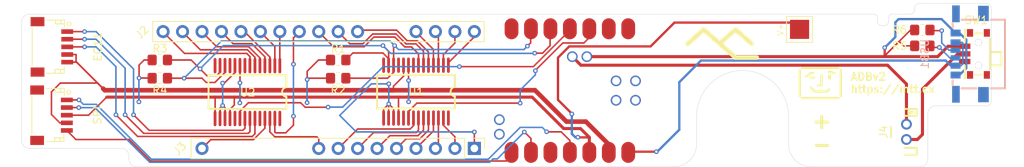
<source format=kicad_pcb>
(kicad_pcb (version 20240108) (generator "pcbnew") (generator_version "8.0")
  (layers (0 "F.Cu" signal) (31 "B.Cu" signal) (34 "B.Paste" user) (35 "F.Paste" user) (36 "B.SilkS" user "B.Silkscreen") (37 "F.SilkS" user "F.Silkscreen") (38 "B.Mask" user) (39 "F.Mask" user) (44 "Edge.Cuts" user))
  (net 0 "")
  (net 6 "GND")
  (net 7 "VCC")
  (net 8 "MOSI")
  (net 9 "SCK")
  (net 10 "CS")
  (net 11 "Net-(J2-R0)")
  (net 12 "Net-(J2-R1)")
  (net 13 "Net-(J2-R2)")
  (net 14 "Net-(J2-SHIFT)")
  (net 15 "Net-(J2-POWER)")
  (net 16 "Net-(J2-R9)")
  (net 17 "Net-(J2-R5)")
  (net 18 "Net-(J2-COMMAND)")
  (net 19 "Net-(J2-R6)")
  (net 20 "Net-(J2-R7)")
  (net 21 "Net-(J2-CONTROL)")
  (net 22 "Net-(J2-R3)")
  (net 23 "Net-(J2-R4)")
  (net 24 "Net-(J2-R8)")
  (net 25 "Net-(J2-OPTION)")
  (net 26 "Net-(J3-C3)")
  (net 27 "Net-(J3-C7)")
  (net 28 "Net-(J3-C4)")
  (net 29 "Net-(J3-C5)")
  (net 30 "Net-(J3-CAPSLOCK)")
  (net 31 "Net-(J3-C6)")
  (net 32 "Net-(J3-C2)")
  (net 33 "Net-(J3-C0)")
  (net 34 "Net-(J3-C1)")
  (net 35 "Net-(J4-Pin_1)")
  (net 36 "Net-(J4-Pin_2)")
  (net 37 "Net-(U1-SDA)")
  (net 38 "Net-(U1-SCK)")
  (net 43 "Net-(U2-GPA1)")
  (net 44 "Net-(U2-GPA2)")
  (net 47 "Net-(U2-GPA0)")
  (net 50 "Net-(USB1-CC2)")
  (net 51 "Net-(R5-Pad2)")
  (net 52 "Net-(USB1-CC1)")
  (net 57 "Net-(U1-INTA)")
  (net 59 "Net-(U2-INTA)")
  (net 60 "unconnected-(U2-INTB-Pad19)")
  (net 62 "Net-(XIAO1-5V)")
  (footprint "ADBv2:R_0805_2012Metric_Pad1.20x1.40mm_HandSolder" (layer "F.Cu") (at 147.32 105.1052 180)
    (property "Reference" "R2")
    (property "Value" "10k")
  )
  (footprint "ADBv2:R_0805_2012Metric_Pad1.20x1.40mm_HandSolder" (layer "F.Cu") (at 223.59 100.87 180)
    (property "Reference" "R5")
    (property "Value" "5.1k")
  )
  (footprint "ADBv2:PinHeader_1x20_P2.54mm_Vertical" (layer "F.Cu") (at 165.1 99 -90)
    (property "Reference" "J2")
    (property "Value" "TOP")
  )
  (footprint "ADBv2:R_0805_2012Metric_Pad1.20x1.40mm_HandSolder" (layer "F.Cu") (at 124.0276 105.1052 180)
    (property "Reference" "R4")
    (property "Value" "10k")
  )
  (footprint "ADBv2:CONN-SMD_SM05B-SRSS-TB-LF-SN" (layer "F.Cu") (at 110 101 -90)
    (property "Reference" "EC11")
    (property "Value" "EC11")
  )
  (footprint "ADBv2:SSOP-28_L10.2-W5.3-P0.65-LS7.8-BL" (layer "F.Cu") (at 157.48 106.86 180)
    (property "Reference" "U1")
    (property "Value" "MCP23017-E/SS")
  )
  (footprint "ADBv2:R_0805_2012Metric_Pad1.20x1.40mm_HandSolder" (layer "F.Cu") (at 147.32 102.7176 180)
    (property "Reference" "R1")
    (property "Value" "10k")
  )
  (footprint "ADBv2:CONN-TH_S2B-PH-K-S-GW" (layer "F.Cu") (at 221.52 112.13 90)
    (property "Reference" "J4")
    (property "Value" "BAT")
  )
  (footprint "ADBv2:xiao-ble-smd" (layer "F.Cu") (at 177.5714 106.725 -90)
    (property "Reference" "XIAO1" (hide yes))
    (property "Value" "MOUDLE-SEEEDUINO-XIAO-NRF52840" (hide yes))
  )
  (footprint "ADBv2:R_0805_2012Metric_Pad1.20x1.40mm_HandSolder" (layer "F.Cu") (at 124.0276 102.7176 180)
    (property "Reference" "R3")
    (property "Value" "10k")
  )
  (footprint "ADBv2:SW-SMD_MSK12CO2" (layer "F.Cu") (at 230.57 101.92 90)
    (property "Reference" "SW1")
    (property "Value" "MINI MSK12CO2")
  )
  (footprint "ADBv2:CONN-SMD_SM05B-SRSS-TB-LF-SN" (layer "F.Cu") (at 109.95 109.95 -90)
    (property "Reference" "SPI")
    (property "Value" "SPI")
  )
  (footprint "ADBv2:TestPoint_Pad_3.0x3.0mm" (layer "F.Cu") (at 207.56 98.71 90)
    (property "Reference" "V+")
    (property "Value" "3.3v")
  )
  (footprint "ADBv2:PinHeader_1x20_P2.54mm_Vertical" (layer "F.Cu") (at 165.1 114.3 -90)
    (property "Reference" "J3")
    (property "Value" "BOTTOM")
  )
  (footprint "ADBv2:R_0805_2012Metric_Pad1.20x1.40mm_HandSolder" (layer "F.Cu") (at 223.59 98.79)
    (property "Reference" "R6")
    (property "Value" "5.1k")
  )
  (footprint "ADBv2:SSOP-28_L10.2-W5.3-P0.65-LS7.8-BL" (layer "F.Cu") (at 135.47 106.92 180)
    (property "Reference" "U2")
    (property "Value" "MCP23017-E/SS")
  )
  (footprint "ADBv2:USB-C-SMD_TYPE-C-6P-QT073" (layer "B.Cu") (at 229.75 101.94 -90)
    (property "Reference" "USB1")
    (property "Value" "TYPE-C 6P QT073")
  )
  (gr_line (start 199.2128 98.7285) (end 201.2956 100.5827) (stroke (width 0.6)) (layer "F.SilkS"))
  (gr_line (start 209.55 106.85) (end 211.15 106.85) (stroke (width 0.3)) (layer "F.SilkS"))
  (gr_line (start 211.39 104.3) (end 211.69 104.3) (stroke (width 0.3)) (layer "F.SilkS"))
  (gr_line (start 197.13 100.57) (end 199.2128 98.7285) (stroke (width 0.6)) (layer "F.SilkS"))
  (gr_line (start 211.69 104.3) (end 211.95 104.45) (stroke (width 0.3)) (layer "F.SilkS"))
  (gr_line (start 192.9898 100.5827) (end 195.0472 98.7285) (stroke (width 0.6)) (layer "F.SilkS"))
  (gr_line (start 212.95 104.03) (end 212.95 107.43) (stroke (width 0.3)) (layer "F.SilkS"))
  (gr_line (start 211.15 106.85) (end 211.399998 106.579999) (stroke (width 0.3)) (layer "F.SilkS"))
  (gr_line (start 207.875 103.76) (end 212.665 103.76) (stroke (width 0.3)) (layer "F.SilkS"))
  (gr_line (start 209.55 106.85) (end 209.01 106.29) (stroke (width 0.3)) (layer "F.SilkS"))
  (gr_line (start 208.43 104.88) (end 209.02 104.44) (stroke (width 0.3)) (layer "F.SilkS"))
  (gr_line (start 195.0472 98.7285) (end 199.2128 102.4115) (stroke (width 0.6)) (layer "F.SilkS"))
  (gr_line (start 207.875 107.71) (end 212.665 107.71) (stroke (width 0.3)) (layer "F.SilkS"))
  (gr_line (start 199.2128 102.4115) (end 201.9814 102.4115) (stroke (width 0.6)) (layer "F.SilkS"))
  (gr_line (start 211.48 104.80625) (end 211.48 105.11375) (stroke (width 0.4)) (layer "F.SilkS"))
  (gr_line (start 207.59 104.03) (end 207.59 107.43) (stroke (width 0.3)) (layer "F.SilkS"))
  (gr_line (start 209.02 104.44) (end 209.32 104.44) (stroke (width 0.3)) (layer "F.SilkS"))
  (gr_line (start 209.025 105.03) (end 209.43 105.03) (stroke (width 0.3)) (layer "F.SilkS"))
  (gr_line (start 210.42 104.73) (end 210.42 106.04) (stroke (width 0.3)) (layer "F.SilkS"))
  (gr_line (start 211.95 104.45) (end 212.12 104.45) (stroke (width 0.3)) (layer "F.SilkS"))
  (gr_line (start 210.42 106.04) (end 209.95 106.04) (stroke (width 0.3)) (layer "F.SilkS"))
  (gr_arc (start 222.5878 95.913) (mid 222.763536 95.488736) (end 223.1878 95.313) (stroke (width 0.05)) (layer "Edge.Cuts"))
  (gr_line (start 219.610432 96.710432) (end 221.9878 96.713) (stroke (width 0.05)) (layer "Edge.Cuts"))
  (gr_line (start 194.12 110.1) (end 194.12 113.713) (stroke (width 0.05)) (layer "Edge.Cuts"))
  (gr_line (start 121 116.713) (end 191.12 116.713) (stroke (width 0.05)) (layer "Edge.Cuts"))
  (gr_line (start 231.9878 108.72) (end 225.31 108.72) (stroke (width 0.05)) (layer "Edge.Cuts"))
  (gr_line (start 106 113.3) (end 106 97.713) (stroke (width 0.05)) (layer "Edge.Cuts"))
  (gr_line (start 218.31 98.21) (end 218.61 98.21) (stroke (width 0.05)) (layer "Edge.Cuts"))
  (gr_line (start 178.8 96.713) (end 217.309969 96.710031) (stroke (width 0.05)) (layer "Edge.Cuts"))
  (gr_arc (start 121 116.713) (mid 120.292893 116.420107) (end 120 115.713) (stroke (width 0.05)) (layer "Edge.Cuts"))
  (gr_arc (start 106 97.713) (mid 106.292893 97.005893) (end 107 96.713) (stroke (width 0.05)) (layer "Edge.Cuts"))
  (gr_arc (start 219.21 97.61) (mid 219.034264 98.034264) (end 218.61 98.21) (stroke (width 0.05)) (layer "Edge.Cuts"))
  (gr_line (start 223.31 116.713) (end 209.12 116.713) (stroke (width 0.05)) (layer "Edge.Cuts"))
  (gr_arc (start 218.31 98.21) (mid 217.885736 98.034264) (end 217.71 97.61) (stroke (width 0.05)) (layer "Edge.Cuts"))
  (gr_arc (start 209.12 116.713) (mid 206.99868 115.83432) (end 206.12 113.713) (stroke (width 0.05)) (layer "Edge.Cuts"))
  (gr_line (start 222.5878 96.113) (end 222.5878 95.913) (stroke (width 0.05)) (layer "Edge.Cuts"))
  (gr_line (start 219.21 97.61) (end 219.21 97.110432) (stroke (width 0.05)) (layer "Edge.Cuts"))
  (gr_line (start 232.5878 95.913) (end 232.5878 108.12) (stroke (width 0.05)) (layer "Edge.Cuts"))
  (gr_arc (start 219.21 97.110432) (mid 219.32731 96.827437) (end 219.610432 96.710432) (stroke (width 0.05)) (layer "Edge.Cuts"))
  (gr_arc (start 231.9878 95.313) (mid 232.412064 95.488736) (end 232.5878 95.913) (stroke (width 0.05)) (layer "Edge.Cuts"))
  (gr_arc (start 194.12 110.1) (mid 195.877359 105.857359) (end 200.12 104.1) (stroke (width 0.05)) (layer "Edge.Cuts"))
  (gr_arc (start 224.31 109.72) (mid 224.602893 109.012893) (end 225.31 108.72) (stroke (width 0.05)) (layer "Edge.Cuts"))
  (gr_arc (start 107 114.3) (mid 106.292893 114.007107) (end 106 113.3) (stroke (width 0.05)) (layer "Edge.Cuts"))
  (gr_arc (start 217.309969 96.710031) (mid 217.592832 96.827177) (end 217.71 97.110031) (stroke (width 0.05)) (layer "Edge.Cuts"))
  (gr_arc (start 222.5878 96.113) (mid 222.412064 96.537264) (end 221.9878 96.713) (stroke (width 0.05)) (layer "Edge.Cuts"))
  (gr_line (start 119 114.3) (end 107 114.3) (stroke (width 0.05)) (layer "Edge.Cuts"))
  (gr_arc (start 119 114.3) (mid 119.707107 114.592893) (end 120 115.3) (stroke (width 0.05)) (layer "Edge.Cuts"))
  (gr_line (start 223.1878 95.313) (end 231.9878 95.313) (stroke (width 0.05)) (layer "Edge.Cuts"))
  (gr_arc (start 200.12 104.1) (mid 204.362641 105.857359) (end 206.12 110.1) (stroke (width 0.05)) (layer "Edge.Cuts"))
  (gr_line (start 224.31 109.72) (end 224.31 115.713) (stroke (width 0.05)) (layer "Edge.Cuts"))
  (gr_line (start 120 115.713) (end 120 115.3) (stroke (width 0.05)) (layer "Edge.Cuts"))
  (gr_line (start 217.71 97.110031) (end 217.71 97.61) (stroke (width 0.05)) (layer "Edge.Cuts"))
  (gr_arc (start 194.12 113.713) (mid 193.24132 115.83432) (end 191.12 116.713) (stroke (width 0.05)) (layer "Edge.Cuts"))
  (gr_line (start 206.12 110.1) (end 206.12 113.713) (stroke (width 0.05)) (layer "Edge.Cuts"))
  (gr_line (start 107 96.713) (end 178.8 96.713) (stroke (width 0.05)) (layer "Edge.Cuts"))
  (gr_arc (start 232.5878 108.12) (mid 232.412064 108.544264) (end 231.9878 108.72) (stroke (width 0.05)) (layer "Edge.Cuts"))
  (gr_arc (start 224.31 115.713) (mid 224.017107 116.420107) (end 223.31 116.713) (stroke (width 0.05)) (layer "Edge.Cuts"))
  (gr_text "-" (at 209 114.94 0) (layer "F.SilkS") (effects (font (size 2 2) (thickness 0.4) (bold yes)) (justify left bottom)))
  (gr_text "+" (at 208.95 111.88 0) (layer "F.SilkS") (effects (font (size 2 2) (thickness 0.4) (bold yes)) (justify left bottom)))
  (gr_text "ADBv2\nhttps://mtt.cx" (at 214.12 107.11 0) (layer "F.SilkS") (effects (font (size 1 1) (thickness 0.2) (bold yes)) (justify left bottom)))
  (segment (start 129.54 106.68) (end 116.84 106.68) (width 0.6) (layer "F.Cu") (net 6))
  (segment (start 110.975 110.95) (end 109.88 109.855) (width 0.2) (layer "F.Cu") (net 6))
  (segment (start 153.924 105.8418) (end 153.924 106.68) (width 0.2) (layer "F.Cu") (net 6))
  (segment (start 152.39 106.68) (end 129.54 106.68) (width 0.6) (layer "F.Cu") (net 6))
  (segment (start 112 102) (end 113.09 102) (width 0.2) (layer "F.Cu") (net 6))
  (segment (start 133.85 104.3512) (end 133.85 103.378) (width 0.2) (layer "F.Cu") (net 6))
  (segment (start 113.09 102) (end 113.09 102.93) (width 0.2) (layer "F.Cu") (net 6))
  (segment (start 131.9 110.578) (end 131.9 108.9936) (width 0.2) (layer "F.Cu") (net 6))
  (segment (start 111.03 105.74) (end 115.9 105.74) (width 0.2) (layer "F.Cu") (net 6))
  (segment (start 154.5336 106.1564) (end 154.5336 106.68) (width 0.2) (layer "F.Cu") (net 6))
  (segment (start 111.95 110.95) (end 110.975 110.95) (width 0.2) (layer "F.Cu") (net 6))
  (segment (start 153.8986 108.4834) (end 153.924 108.4834) (width 0.2) (layer "F.Cu") (net 6))
  (segment (start 109.88 109.855) (end 109.88 106.9) (width 0.2) (layer "F.Cu") (net 6))
  (segment (start 155.855 104.835) (end 154.5336 106.1564) (width 0.2) (layer "F.Cu") (net 6))
  (segment (start 132.2324 108.6866) (end 132.2578 108.6866) (width 0.2) (layer "F.Cu") (net 6))
  (segment (start 153.905 108.477) (end 153.8986 108.4834) (width 0.2) (layer "F.Cu") (net 6))
  (segment (start 129.54 106.68) (end 132.207 106.68) (width 0.6) (layer "F.Cu") (net 6))
  (segment (start 111.03 105.75) (end 111.03 105.74) (width 0.2) (layer "F.Cu") (net 6))
  (segment (start 131.9 108.9936) (end 132.2324 108.6612) (width 0.2) (layer "F.Cu") (net 6))
  (segment (start 132.2324 108.6612) (end 132.2324 108.6866) (width 0.2) (layer "F.Cu") (net 6))
  (segment (start 112.01 103) (end 113.16 103) (width 0.2) (layer "F.Cu") (net 6))
  (segment (start 153.924 108.4834) (end 153.924 108.458) (width 0.2) (layer "F.Cu") (net 6))
  (segment (start 116.84 106.68) (end 116.63 106.47) (width 0.6) (layer "F.Cu") (net 6))
  (segment (start 153.905 110.28) (end 153.905 108.477) (width 0.2) (layer "F.Cu") (net 6))
  (segment (start 179.66 110.79) (end 182.6514 113.7814) (width 0.6) (layer "F.Cu") (net 6))
  (segment (start 132.55 108.9788) (end 132.55 110.578) (width 0.2) (layer "F.Cu") (net 6))
  (segment (start 165.1 114.3) (end 165.1 112.141) (width 0.2) (layer "F.Cu") (net 6))
  (segment (start 173.02 106.68) (end 177.13 110.79) (width 0.6) (layer "F.Cu") (net 6))
  (segment (start 132.2324 108.6612) (end 132.2324 108.6612) (width 0.2) (layer "F.Cu") (net 6))
  (segment (start 153.255 110.28) (end 153.255 109.1524) (width 0.2) (layer "F.Cu") (net 6))
  (segment (start 109.88 106.9) (end 111.03 105.75) (width 0.2) (layer "F.Cu") (net 6))
  (segment (start 153.255 109.1524) (end 153.924 108.4834) (width 0.2) (layer "F.Cu") (net 6))
  (segment (start 132.207 106.68) (end 132.207 105.9942) (width 0.2) (layer "F.Cu") (net 6))
  (segment (start 154.555 109.1144) (end 153.924 108.4834) (width 0.2) (layer "F.Cu") (net 6))
  (segment (start 116.385 106.225) (end 116.63 106.47) (width 0.2) (layer "F.Cu") (net 6))
  (segment (start 182.6514 113.7814) (end 182.6514 115.29496) (width 0.6) (layer "F.Cu") (net 6))
  (segment (start 152.39 106.68) (end 173.02 106.68) (width 0.6) (layer "F.Cu") (net 6))
  (segment (start 153.924 108.458) (end 153.924 108.458) (width 0.2) (layer "F.Cu") (net 6))
  (segment (start 154.5336 106.68) (end 153.924 106.68) (width 0.6) (layer "F.Cu") (net 6))
  (segment (start 154.555 110.28) (end 154.555 109.1144) (width 0.2) (layer "F.Cu") (net 6))
  (segment (start 115.9 105.74) (end 116.385 106.225) (width 0.2) (layer "F.Cu") (net 6))
  (segment (start 113.16 103) (end 116.385 106.225) (width 0.2) (layer "F.Cu") (net 6))
  (segment (start 132.2578 108.6866) (end 132.55 108.9788) (width 0.2) (layer "F.Cu") (net 6))
  (segment (start 113.09 102.93) (end 116.63 106.47) (width 0.2) (layer "F.Cu") (net 6))
  (segment (start 155.855 103.08) (end 155.855 104.835) (width 0.2) (layer "F.Cu") (net 6))
  (segment (start 132.2324 105.7402) (end 132.2324 106.6546) (width 0.2) (layer "F.Cu") (net 6))
  (segment (start 132.2324 106.6546) (end 132.207 106.68) (width 0.2) (layer "F.Cu") (net 6))
  (segment (start 132.207 105.9942) (end 133.85 104.3512) (width 0.2) (layer "F.Cu") (net 6))
  (segment (start 177.13 110.79) (end 179.66 110.79) (width 0.6) (layer "F.Cu") (net 6))
  (via (at 153.924 108.4834) (size 0.6) (drill 0.3) (layers "F.Cu" "B.Cu") (net 6))
  (via (at 153.924 105.8418) (size 0.6) (drill 0.3) (layers "F.Cu" "B.Cu") (net 6))
  (via (at 165.1 112.141) (size 0.6) (drill 0.3) (layers "F.Cu" "B.Cu") (net 6))
  (via (at 132.2324 105.7402) (size 0.6) (drill 0.3) (layers "F.Cu" "B.Cu") (net 6))
  (via (at 132.2324 108.6866) (size 0.6) (drill 0.3) (layers "F.Cu" "B.Cu") (net 6))
  (segment (start 147.5232 109.982) (end 151.6634 105.8418) (width 0.2) (layer "B.Cu") (net 6))
  (segment (start 165.1 112.141) (end 149.6822 112.141) (width 0.2) (layer "B.Cu") (net 6))
  (segment (start 151.6634 105.8418) (end 153.924 105.8418) (width 0.2) (layer "B.Cu") (net 6))
  (segment (start 153.924 105.8418) (end 153.924 105.8926) (width 0.2) (layer "B.Cu") (net 6))
  (segment (start 132.2324 108.6866) (end 132.2324 105.7402) (width 0.2) (layer "B.Cu") (net 6))
  (segment (start 153.924 108.4834) (end 153.924 105.8418) (width 0.2) (layer "B.Cu") (net 6))
  (segment (start 149.6822 112.141) (end 147.5232 109.982) (width 0.2) (layer "B.Cu") (net 6))
  (segment (start 132.2324 105.7402) (end 132.2324 105.8926) (width 0.2) (layer "B.Cu") (net 6))
  (segment (start 131.25 107.5882) (end 131.2418 107.58) (width 0.2) (layer "F.Cu") (net 7))
  (segment (start 156.32 107.58) (end 172.644918 107.58) (width 0.4) (layer "F.Cu") (net 7))
  (segment (start 131.25 110.578) (end 131.25 107.5882) (width 0.2) (layer "F.Cu") (net 7))
  (segment (start 121.32 103.38) (end 121.9824 102.7176) (width 0.2) (layer "F.Cu") (net 7))
  (segment (start 178.6314 112.8514) (end 180.1114 112.8514) (width 0.3) (layer "F.Cu") (net 7))
  (segment (start 156.505 103.08) (end 156.505 105.4002) (width 0.2) (layer "F.Cu") (net 7))
  (segment (start 206.67 97.82) (end 207.56 98.71) (width 0.3) (layer "F.Cu") (net 7))
  (segment (start 121.3 108.2) (end 121.3 107.58) (width 0.2) (layer "F.Cu") (net 7))
  (segment (start 121.32 105.08) (end 123.0024 105.08) (width 0.2) (layer "F.Cu") (net 7))
  (segment (start 178.61 112.83) (end 178.6314 112.8514) (width 0.3) (layer "F.Cu") (net 7))
  (segment (start 176.02 102.41) (end 177.49 100.94) (width 0.3) (layer "F.Cu") (net 7))
  (segment (start 143.27 104.2) (end 144.7524 102.7176) (width 0.2) (layer "F.Cu") (net 7))
  (segment (start 177.83 109.79) (end 177.87 109.79) (width 0.3) (layer "F.Cu") (net 7))
  (segment (start 117.094 107.58) (end 121.3 107.58) (width 0.4) (layer "F.Cu") (net 7))
  (segment (start 172.644918 107.58) (end 176.764918 111.7) (width 0.4) (layer "F.Cu") (net 7))
  (segment (start 121.3 107.58) (end 131.2418 107.58) (width 0.4) (layer "F.Cu") (net 7))
  (segment (start 156.5148 107.6054) (end 156.5402 107.58) (width 0.2) (layer "F.Cu") (net 7))
  (segment (start 188.11 100.94) (end 191.23 97.82) (width 0.3) (layer "F.Cu") (net 7))
  (segment (start 143.27 105.28) (end 143.27 104.2) (width 0.2) (layer "F.Cu") (net 7))
  (segment (start 155.205 110.28) (end 155.205 109.205) (width 0.2) (layer "F.Cu") (net 7))
  (segment (start 114.724 109.95) (end 117.094 107.58) (width 0.2) (layer "F.Cu") (net 7))
  (segment (start 155.205 109.205) (end 155.194 109.194) (width 0.2) (layer "F.Cu") (net 7))
  (segment (start 143.27 105.28) (end 143.4448 105.1052) (width 0.2) (layer "F.Cu") (net 7))
  (segment (start 143.4448 105.1052) (end 146.32 105.1052) (width 0.2) (layer "F.Cu") (net 7))
  (segment (start 121.9824 102.7176) (end 123.0276 102.7176) (width 0.2) (layer "F.Cu") (net 7))
  (segment (start 156.5148 108.19) (end 156.5148 107.6054) (width 0.2) (layer "F.Cu") (net 7))
  (segment (start 134.5 105.7078) (end 134.493 105.7148) (width 0.2) (layer "F.Cu") (net 7))
  (segment (start 134.493 107.58) (end 143.256 107.58) (width 0.4) (layer "F.Cu") (net 7))
  (segment (start 133.2 109.1668) (end 133.7564 108.6104) (width 0.2) (layer "F.Cu") (net 7))
  (segment (start 144.7524 102.7176) (end 146.32 102.7176) (width 0.2) (layer "F.Cu") (net 7))
  (segment (start 180.1114 112.8514) (end 180.1114 115.29496) (width 0.4) (layer "F.Cu") (net 7))
  (segment (start 143.256 107.58) (end 155.194 107.58) (width 0.4) (layer "F.Cu") (net 7))
  (segment (start 155.194 109.194) (end 155.194 107.58) (width 0.2) (layer "F.Cu") (net 7))
  (segment (start 178.96 111.7) (end 180.1114 112.8514) (width 0.4) (layer "F.Cu") (net 7))
  (segment (start 133.2 110.578) (end 133.2 109.1668) (width 0.2) (layer "F.Cu") (net 7))
  (segment (start 176.764918 111.7) (end 178.96 111.7) (width 0.4) (layer "F.Cu") (net 7))
  (segment (start 134.48 108.34) (end 134.493 108.327) (width 0.2) (layer "F.Cu") (net 7))
  (segment (start 177.83 109.75) (end 176.02 107.94) (width 0.3) (layer "F.Cu") (net 7))
  (segment (start 123.0024 105.08) (end 123.0276 105.1052) (width 0.2) (layer "F.Cu") (net 7))
  (segment (start 133.7564 107.58) (end 134.493 107.58) (width 0.4) (layer "F.Cu") (net 7))
  (segment (start 121.32 105.08) (end 121.32 103.38) (width 0.2) (layer "F.Cu") (net 7))
  (segment (start 133.7564 108.6104) (end 133.7564 107.58) (width 0.2) (layer "F.Cu") (net 7))
  (segment (start 156.32 107.58) (end 156.5402 107.58) (width 0.4) (layer "F.Cu") (net 7))
  (segment (start 131.2418 107.58) (end 133.7564 107.58) (width 0.4) (layer "F.Cu") (net 7))
  (segment (start 177.87 109.79) (end 177.83 109.75) (width 0.3) (layer "F.Cu") (net 7))
  (segment (start 176.02 107.94) (end 176.02 102.41) (width 0.3) (layer "F.Cu") (net 7))
  (segment (start 177.49 100.94) (end 188.11 100.94) (width 0.3) (layer "F.Cu") (net 7))
  (segment (start 143.256 108.3056) (end 143.256 107.58) (width 0.2) (layer "F.Cu") (net 7))
  (segment (start 156.505 105.4002) (end 156.5148 105.41) (width 0.2) (layer "F.Cu") (net 7))
  (segment (start 111.96 109.95) (end 114.724 109.95) (width 0.2) (layer "F.Cu") (net 7))
  (segment (start 177.83 109.75) (end 177.83 109.79) (width 0.3) (layer "F.Cu") (net 7))
  (segment (start 134.5 103.378) (end 134.5 105.7078) (width 0.2) (layer "F.Cu") (net 7))
  (segment (start 191.23 97.82) (end 206.67 97.82) (width 0.3) (layer "F.Cu") (net 7))
  (segment (start 134.493 108.327) (end 134.493 107.58) (width 0.2) (layer "F.Cu") (net 7))
  (segment (start 155.194 107.58) (end 156.32 107.58) (width 0.4) (layer "F.Cu") (net 7))
  (via (at 134.48 108.34) (size 0.6) (drill 0.3) (layers "F.Cu" "B.Cu") (net 7))
  (via (at 121.32 105.08) (size 0.6) (drill 0.3) (layers "F.Cu" "B.Cu") (net 7))
  (via (at 143.256 108.3056) (size 0.6) (drill 0.3) (layers "F.Cu" "B.Cu") (net 7))
  (via (at 143.27 105.28) (size 0.6) (drill 0.3) (layers "F.Cu" "B.Cu") (net 7))
  (via (at 177.83 109.79) (size 0.6) (drill 0.3) (layers "F.Cu" "B.Cu") (net 7))
  (via (at 156.5148 108.19) (size 0.6) (drill 0.3) (layers "F.Cu" "B.Cu") (net 7))
  (via (at 121.3 108.2) (size 0.6) (drill 0.3) (layers "F.Cu" "B.Cu") (net 7))
  (via (at 134.493 105.7148) (size 0.6) (drill 0.3) (layers "F.Cu" "B.Cu") (net 7))
  (via (at 178.61 112.83) (size 0.6) (drill 0.3) (layers "F.Cu" "B.Cu") (net 7))
  (via (at 156.5148 105.41) (size 0.6) (drill 0.3) (layers "F.Cu" "B.Cu") (net 7))
  (segment (start 143.2814 108.3056) (end 143.256 108.3056) (width 0.2) (layer "B.Cu") (net 7))
  (segment (start 134.493 108.327) (end 134.48 108.34) (width 0.2) (layer "B.Cu") (net 7))
  (segment (start 156.5148 105.41) (end 156.5148 108.19) (width 0.2) (layer "B.Cu") (net 7))
  (segment (start 143.256 105.294) (end 143.27 105.28) (width 0.2) (layer "B.Cu") (net 7))
  (segment (start 143.256 106.6038) (end 143.256 105.294) (width 0.2) (layer "B.Cu") (net 7))
  (segment (start 121.3 105.06) (end 121.32 105.08) (width 0.2) (layer "B.Cu") (net 7))
  (segment (start 134.493 105.7148) (end 134.493 108.327) (width 0.2) (layer "B.Cu") (net 7))
  (segment (start 121.3 108.2) (end 121.296 108.204) (width 0.2) (layer "B.Cu") (net 7))
  (segment (start 143.27 105.28) (end 143.256 105.266) (width 0.2) (layer "B.Cu") (net 7))
  (segment (start 121.3 105.1) (end 121.3 108.2) (width 0.2) (layer "B.Cu") (net 7))
  (segment (start 177.83 112.39) (end 177.96 112.52) (width 0.3) (layer "B.Cu") (net 7))
  (segment (start 178.28 112.84) (end 178.61 112.83) (width 0.3) (layer "B.Cu") (net 7))
  (segment (start 177.96 112.52) (end 178.28 112.84) (width 0.3) (layer "B.Cu") (net 7))
  (segment (start 143.256 108.2802) (end 143.256 108.2802) (width 0.2) (layer "B.Cu") (net 7))
  (segment (start 121.32 105.08) (end 121.3 105.1) (width 0.2) (layer "B.Cu") (net 7))
  (segment (start 143.2814 108.3056) (end 143.2814 108.3056) (width 0.2) (layer "B.Cu") (net 7))
  (segment (start 177.83 109.79) (end 177.83 112.39) (width 0.3) (layer "B.Cu") (net 7))
  (segment (start 178.61 112.83) (end 178.61 112.84) (width 0.3) (layer "B.Cu") (net 7))
  (segment (start 143.256 108.2802) (end 143.256 106.6038) (width 0.2) (layer "B.Cu") (net 7))
  (segment (start 143.256 108.3056) (end 143.256 108.2802) (width 0.2) (layer "B.Cu") (net 7))
  (segment (start 177.5714 113.2614) (end 176.44 112.13) (width 0.2) (layer "F.Cu") (net 8))
  (segment (start 174.54 112.12) (end 174.57 112.13) (width 0.2) (layer "F.Cu") (net 8))
  (segment (start 177.5714 115.29496) (end 177.5714 113.2614) (width 0.2) (layer "F.Cu") (net 8))
  (segment (start 174.59 112.13) (end 174.54 112.12) (width 0.2) (layer "F.Cu") (net 8))
  (segment (start 111.95 107.95) (end 113.47 107.95) (width 0.2) (layer "F.Cu") (net 8))
  (segment (start 174.57 112.13) (end 174.58 112.13) (width 0.2) (layer "F.Cu") (net 8))
  (segment (start 176.44 112.13) (end 174.59 112.13) (width 0.2) (layer "F.Cu") (net 8))
  (via (at 113.47 107.95) (size 0.6) (drill 0.3) (layers "F.Cu" "B.Cu") (net 8))
  (via (at 174.54 112.12) (size 0.6) (drill 0.3) (layers "F.Cu" "B.Cu") (net 8))
  (segment (start 171.08 111.55) (end 166.916949 115.713051) (width 0.2) (layer "B.Cu") (net 8))
  (segment (start 115.74 108.53) (end 114.05 108.53) (width 0.2) (layer "B.Cu") (net 8))
  (segment (start 122.923051 115.713051) (end 115.74 108.53) (width 0.2) (layer "B.Cu") (net 8))
  (segment (start 166.916949 115.713051) (end 122.923051 115.713051) (width 0.2) (layer "B.Cu") (net 8))
  (segment (start 113.47 107.95) (end 113.48 107.96) (width 0.2) (layer "B.Cu") (net 8))
  (segment (start 174.54 112.12) (end 173.97 111.55) (width 0.2) (layer "B.Cu") (net 8))
  (segment (start 173.97 111.55) (end 171.08 111.55) (width 0.2) (layer "B.Cu") (net 8))
  (segment (start 114.05 108.53) (end 113.47 107.95) (width 0.2) (layer "B.Cu") (net 8))
  (segment (start 171.64 112.15) (end 171.62 112.15) (width 0.2) (layer "F.Cu") (net 9))
  (segment (start 171.62 112.13) (end 171.62 112.13) (width 0.2) (layer "F.Cu") (net 9))
  (segment (start 171.62 112.15) (end 171.62 112.13) (width 0.2) (layer "F.Cu") (net 9))
  (segment (start 111.96 108.95) (end 113.44 108.95) (width 0.2) (layer "F.Cu") (net 9))
  (segment (start 113.44 108.95) (end 113.45 108.96) (width 0.2) (layer "F.Cu") (net 9))
  (segment (start 172.4914 113.0014) (end 171.64 112.15) (width 0.2) (layer "F.Cu") (net 9))
  (segment (start 172.4914 115.29496) (end 172.4914 113.0014) (width 0.2) (layer "F.Cu") (net 9))
  (via (at 113.45 108.96) (size 0.6) (drill 0.3) (layers "F.Cu" "B.Cu") (net 9))
  (via (at 171.62 112.15) (size 0.6) (drill 0.3) (layers "F.Cu" "B.Cu") (net 9))
  (segment (start 113.45 108.96) (end 113.45 108.92) (width 0.2) (layer "B.Cu") (net 9))
  (segment (start 167.53 115.68) (end 167.096949 116.113051) (width 0.2) (layer "B.Cu") (net 9))
  (segment (start 115.56 108.96) (end 113.49 108.96) (width 0.2) (layer "B.Cu") (net 9))
  (segment (start 113.45 108.92) (end 113.49 108.96) (width 0.2) (layer "B.Cu") (net 9))
  (segment (start 167.096949 116.113051) (end 122.713051 116.113051) (width 0.2) (layer "B.Cu") (net 9))
  (segment (start 113.49 108.96) (end 113.45 108.96) (width 0.2) (layer "B.Cu") (net 9))
  (segment (start 171.62 112.15) (end 168.09 115.68) (width 0.2) (layer "B.Cu") (net 9))
  (segment (start 168.09 115.68) (end 167.53 115.68) (width 0.2) (layer "B.Cu") (net 9))
  (segment (start 122.713051 116.113051) (end 115.56 108.96) (width 0.2) (layer "B.Cu") (net 9))
  (segment (start 120.024657 113.134657) (end 122.84 115.95) (width 0.2) (layer "F.Cu") (net 10))
  (segment (start 113.074657 113.134657) (end 120.024657 113.134657) (width 0.2) (layer "F.Cu") (net 10))
  (segment (start 122.84 115.95) (end 169.29636 115.95) (width 0.2) (layer "F.Cu") (net 10))
  (segment (start 111.89 111.95) (end 113.074657 113.134657) (width 0.2) (layer "F.Cu") (net 10))
  (segment (start 169.29636 115.95) (end 169.9514 115.29496) (width 0.2) (layer "F.Cu") (net 10))
  (segment (start 139.7 103.886) (end 139.7 99.06) (width 0.2) (layer "F.Cu") (net 11))
  (segment (start 162.56 100.5) (end 162.56 99.06) (width 0.2) (layer "F.Cu") (net 12))
  (segment (start 161.055 102.005) (end 162.56 100.5) (width 0.2) (layer "F.Cu") (net 12))
  (segment (start 161.055 103.08) (end 161.055 102.005) (width 0.2) (layer "F.Cu") (net 12))
  (segment (start 161.705 103.08) (end 165.1 99.685) (width 0.2) (layer "F.Cu") (net 13))
  (segment (start 165.1 99.685) (end 165.1 99.06) (width 0.2) (layer "F.Cu") (net 13))
  (segment (start 127.257686 101.857686) (end 135.378314 101.857686) (width 0.2) (layer "F.Cu") (net 14))
  (segment (start 124.46 99.06) (end 127.257686 101.857686) (width 0.2) (layer "F.Cu") (net 14))
  (segment (start 135.8 102.279372) (end 135.8 103.378) (width 0.2) (layer "F.Cu") (net 14))
  (segment (start 135.378314 101.857686) (end 135.8 102.279372) (width 0.2) (layer "F.Cu") (net 14))
  (segment (start 135.8 103.886) (end 135.8 102.811) (width 0.2) (layer "F.Cu") (net 14))
  (segment (start 135.636 100.984) (end 137.1 102.448) (width 0.2) (layer "F.Cu") (net 15))
  (segment (start 129.54 99.06) (end 131.464 100.984) (width 0.2) (layer "F.Cu") (net 15))
  (segment (start 131.464 100.984) (end 135.636 100.984) (width 0.2) (layer "F.Cu") (net 15))
  (segment (start 137.1 102.448) (end 137.1 103.378) (width 0.2) (layer "F.Cu") (net 15))
  (segment (start 137.75 102.303) (end 137.75 103.378) (width 0.2) (layer "F.Cu") (net 16))
  (segment (start 133.604 100.584) (end 136.031 100.584) (width 0.2) (layer "F.Cu") (net 16))
  (segment (start 132.08 99.06) (end 133.604 100.584) (width 0.2) (layer "F.Cu") (net 16))
  (segment (start 136.031 100.584) (end 137.75 102.303) (width 0.2) (layer "F.Cu") (net 16))
  (segment (start 132.08 99.568) (end 132.08 99.06) (width 0.2) (layer "F.Cu") (net 16))
  (segment (start 154.882314 99.314) (end 156.178314 100.61) (width 0.2) (layer "F.Cu") (net 17))
  (segment (start 147.32 99.06) (end 148.844 100.584) (width 0.2) (layer "F.Cu") (net 17))
  (segment (start 156.178314 100.61) (end 157.48 100.61) (width 0.2) (layer "F.Cu") (net 17))
  (segment (start 151.816173 99.314) (end 154.882314 99.314) (width 0.2) (layer "F.Cu") (net 17))
  (segment (start 157.48 100.61) (end 158.455 101.585) (width 0.2) (layer "F.Cu") (net 17))
  (segment (start 150.546173 100.584) (end 151.816173 99.314) (width 0.2) (layer "F.Cu") (net 17))
  (segment (start 148.844 100.584) (end 150.546173 100.584) (width 0.2) (layer "F.Cu") (net 17))
  (segment (start 158.455 101.585) (end 158.455 103.08) (width 0.2) (layer "F.Cu") (net 17))
  (segment (start 159.755 103.08) (end 159.755 101.335) (width 0.2) (layer "F.Cu") (net 18))
  (segment (start 159.755 101.335) (end 157.48 99.06) (width 0.2) (layer "F.Cu") (net 18))
  (segment (start 156.89 101.01) (end 157.805 101.925) (width 0.2) (layer "F.Cu") (net 19))
  (segment (start 156.012628 101.01) (end 156.89 101.01) (width 0.2) (layer "F.Cu") (net 19))
  (segment (start 144.78 99.06) (end 146.704 100.984) (width 0.2) (layer "F.Cu") (net 19))
  (segment (start 150.711859 100.984) (end 151.981859 99.714) (width 0.2) (layer "F.Cu") (net 19))
  (segment (start 151.981859 99.714) (end 154.716628 99.714) (width 0.2) (layer "F.Cu") (net 19))
  (segment (start 154.716628 99.714) (end 156.012628 101.01) (width 0.2) (layer "F.Cu") (net 19))
  (segment (start 157.805 101.925) (end 157.805 103.08) (width 0.2) (layer "F.Cu") (net 19))
  (segment (start 146.704 100.984) (end 150.711859 100.984) (width 0.2) (layer "F.Cu") (net 19))
  (segment (start 141.478 111.252) (end 141.478 110.0836) (width 0.2) (layer "F.Cu") (net 20))
  (segment (start 141.478 99.822) (end 142.24 99.06) (width 0.2) (layer "F.Cu") (net 20))
  (segment (start 139.05 112.161) (end 139.05 110.578) (width 0.2) (layer "F.Cu") (net 20))
  (segment (start 139.05 110.28) (end 139.05 111.355) (width 0.2) (layer "F.Cu") (net 20))
  (segment (start 139.15 112.261) (end 140.469 112.261) (width 0.2) (layer "F.Cu") (net 20))
  (segment (start 140.469 112.261) (end 141.478 111.252) (width 0.2) (layer "F.Cu") (net 20))
  (segment (start 141.478 103.2764) (end 141.478 99.822) (width 0.2) (layer "F.Cu") (net 20))
  (segment (start 139.05 112.161) (end 139.15 112.261) (width 0.2) (layer "F.Cu") (net 20))
  (via (at 141.478 110.0836) (size 0.6) (drill 0.3) (layers "F.Cu" "B.Cu") (net 20))
  (via (at 141.478 103.2764) (size 0.6) (drill 0.3) (layers "F.Cu" "B.Cu") (net 20))
  (segment (start 141.478 110.0836) (end 141.478 103.2764) (width 0.2) (layer "B.Cu") (net 20))
  (segment (start 127 99.06) (end 129.324 101.384) (width 0.2) (layer "F.Cu") (net 21))
  (segment (start 129.324 101.384) (end 135.470314 101.384) (width 0.2) (layer "F.Cu") (net 21))
  (segment (start 136.45 103.886) (end 136.45 102.811) (width 0.2) (layer "F.Cu") (net 21))
  (segment (start 135.470314 101.384) (end 136.45 102.363686) (width 0.2) (layer "F.Cu") (net 21))
  (segment (start 136.45 102.363686) (end 136.45 103.378) (width 0.2) (layer "F.Cu") (net 21))
  (segment (start 135.128 99.06) (end 138.4 102.332) (width 0.2) (layer "F.Cu") (net 22))
  (segment (start 134.62 99.06) (end 135.128 99.06) (width 0.2) (layer "F.Cu") (net 22))
  (segment (start 138.4 102.332) (end 138.4 103.378) (width 0.2) (layer "F.Cu") (net 22))
  (segment (start 154.94 98.806) (end 156.344 100.21) (width 0.2) (layer "F.Cu") (net 23))
  (segment (start 159.105 101.669314) (end 159.105 103.08) (width 0.2) (layer "F.Cu") (net 23))
  (segment (start 157.645686 100.21) (end 159.105 101.669314) (width 0.2) (layer "F.Cu") (net 23))
  (segment (start 150.114 98.806) (end 154.94 98.806) (width 0.2) (layer "F.Cu") (net 23))
  (segment (start 156.344 100.21) (end 157.645686 100.21) (width 0.2) (layer "F.Cu") (net 23))
  (segment (start 149.86 99.06) (end 150.114 98.806) (width 0.2) (layer "F.Cu") (net 23))
  (segment (start 139.05 100.95) (end 139.05 103.378) (width 0.2) (layer "F.Cu") (net 24))
  (segment (start 137.16 99.06) (end 139.05 100.95) (width 0.2) (layer "F.Cu") (net 24))
  (segment (start 160.405 99.445) (end 160.02 99.06) (width 0.2) (layer "F.Cu") (net 25))
  (segment (start 160.405 103.08) (end 160.405 99.445) (width 0.2) (layer "F.Cu") (net 25))
  (segment (start 154.94 114.3) (end 156.21 113.03) (width 0.2) (layer "F.Cu") (net 26))
  (segment (start 157.988 113.03) (end 159.105 111.913) (width 0.2) (layer "F.Cu") (net 26))
  (segment (start 156.21 113.03) (end 157.988 113.03) (width 0.2) (layer "F.Cu") (net 26))
  (segment (start 159.105 111.913) (end 159.105 110.28) (width 0.2) (layer "F.Cu") (net 26))
  (segment (start 144.526 112.776) (end 144.78 113.03) (width 0.2) (layer "F.Cu") (net 27))
  (segment (start 138.4 112.136) (end 139.04 112.776) (width 0.2) (layer "F.Cu") (net 27))
  (segment (start 139.04 112.776) (end 144.526 112.776) (width 0.2) (layer "F.Cu") (net 27))
  (segment (start 138.4 112.136) (end 138.4 110.578) (width 0.2) (layer "F.Cu") (net 27))
  (segment (start 144.78 113.03) (end 144.78 114.3) (width 0.2) (layer "F.Cu") (net 27))
  (segment (start 154.07 112.63) (end 157.734 112.63) (width 0.2) (layer "F.Cu") (net 28))
  (segment (start 152.4 114.3) (end 154.07 112.63) (width 0.2) (layer "F.Cu") (net 28))
  (segment (start 158.455 111.909) (end 158.455 110.28) (width 0.2) (layer "F.Cu") (net 28))
  (segment (start 157.734 112.63) (end 158.455 111.909) (width 0.2) (layer "F.Cu") (net 28))
  (segment (start 151.93 112.23) (end 157.48 112.23) (width 0.2) (layer "F.Cu") (net 29))
  (segment (start 157.805 111.905) (end 157.805 110.28) (width 0.2) (layer "F.Cu") (net 29))
  (segment (start 149.86 114.3) (end 151.93 112.23) (width 0.2) (layer "F.Cu") (net 29))
  (segment (start 157.48 112.23) (end 157.805 111.905) (width 0.2) (layer "F.Cu") (net 29))
  (segment (start 130.69 113.15) (end 136.253 113.15) (width 0.2) (layer "F.Cu") (net 30))
  (segment (start 137.75 111.653) (end 137.75 110.578) (width 0.2) (layer "F.Cu") (net 30))
  (segment (start 129.54 114.3) (end 130.69 113.15) (width 0.2) (layer "F.Cu") (net 30))
  (segment (start 136.253 113.15) (end 137.75 111.653) (width 0.2) (layer "F.Cu") (net 30))
  (segment (start 149.86 111.76) (end 156.718 111.76) (width 0.2) (layer "F.Cu") (net 31))
  (segment (start 147.32 114.3) (end 149.86 111.76) (width 0.2) (layer "F.Cu") (net 31))
  (segment (start 156.718 111.76) (end 157.155 111.323) (width 0.2) (layer "F.Cu") (net 31))
  (segment (start 157.155 111.323) (end 157.155 110.28) (width 0.2) (layer "F.Cu") (net 31))
  (segment (start 159.755 112.025) (end 157.48 114.3) (width 0.2) (layer "F.Cu") (net 32))
  (segment (start 159.755 110.28) (end 159.755 112.025) (width 0.2) (layer "F.Cu") (net 32))
  (segment (start 162.56 112.776) (end 162.56 114.3) (width 0.2) (layer "F.Cu") (net 33))
  (segment (start 161.055 110.28) (end 161.055 111.271) (width 0.2) (layer "F.Cu") (net 33))
  (segment (start 161.055 111.271) (end 162.56 112.776) (width 0.2) (layer "F.Cu") (net 33))
  (segment (start 160.405 110.28) (end 160.405 113.915) (width 0.2) (layer "F.Cu") (net 34))
  (segment (start 160.405 113.915) (end 160.02 114.3) (width 0.2) (layer "F.Cu") (net 34))
  (segment (start 221.52 105.87) (end 219.05 103.4) (width 0.4) (layer "F.Cu") (net 35))
  (segment (start 179.0084 103.4) (end 177.8884 102.28) (width 0.4) (layer "F.Cu") (net 35))
  (segment (start 219.05 103.4) (end 179.0084 103.4) (width 0.4) (layer "F.Cu") (net 35))
  (segment (start 221.52 111.13) (end 221.52 105.87) (width 0.4) (layer "F.Cu") (net 35))
  (segment (start 223.61 112.47) (end 223.61 106.53) (width 0.4) (layer "F.Cu") (net 36))
  (segment (start 221.52 113.13) (end 222.95 113.13) (width 0.4) (layer "F.Cu") (net 36))
  (segment (start 223.61 106.53) (end 228.22 101.92) (width 0.4) (layer "F.Cu") (net 36))
  (segment (start 228.22 101.92) (end 229.12 101.92) (width 0.4) (layer "F.Cu") (net 36))
  (segment (start 222.95 113.13) (end 223.61 112.47) (width 0.4) (layer "F.Cu") (net 36))
  (segment (start 131.89 104.318823) (end 131.89 103.46) (width 0.2) (layer "F.Cu") (net 37))
  (segment (start 174.988 98.11004) (end 174.988 100.837) (width 0.2) (layer "F.Cu") (net 37))
  (segment (start 174.988 100.837) (end 174 101.825) (width 0.2) (layer "F.Cu") (net 37))
  (segment (start 172.975 101.825) (end 173 101.85) (width 0.2) (layer "F.Cu") (net 37))
  (segment (start 153.158823 101.8) (end 149.2376 101.8) (width 0.2) (layer "F.Cu") (net 37))
  (segment (start 127.2032 102.7176) (end 125.0276 102.7176) (width 0.2) (layer "F.Cu") (net 37))
  (segment (start 149.2376 101.8) (end 148.32 102.7176) (width 0.2) (layer "F.Cu") (net 37))
  (segment (start 128.1176 102.7176) (end 129.286 103.886) (width 0.2) (layer "F.Cu") (net 37))
  (segment (start 129.286 103.886) (end 130.17 104.77) (width 0.2) (layer "F.Cu") (net 37))
  (segment (start 131.438823 104.77) (end 131.89 104.318823) (width 0.2) (layer "F.Cu") (net 37))
  (segment (start 174 101.825) (end 172.975 101.825) (width 0.2) (layer "F.Cu") (net 37))
  (segment (start 130.17 104.77) (end 131.438823 104.77) (width 0.2) (layer "F.Cu") (net 37))
  (segment (start 153.162 100.838) (end 153.905 101.581) (width 0.2) (layer "F.Cu") (net 37))
  (segment (start 153.905 101.581) (end 153.905 103.08) (width 0.2) (layer "F.Cu") (net 37))
  (segment (start 153.9 103.4) (end 153.9 102.541177) (width 0.2) (layer "F.Cu") (net 37))
  (segment (start 127.2032 102.7176) (end 128.1176 102.7176) (width 0.2) (layer "F.Cu") (net 37))
  (segment (start 153.905 104.3622) (end 153.905 103.08) (width 0.2) (layer "F.Cu") (net 37))
  (segment (start 153.9 102.541177) (end 153.158823 101.8) (width 0.2) (layer "F.Cu") (net 37))
  (via (at 172.975 101.825) (size 0.6) (drill 0.3) (layers "F.Cu" "B.Cu") (net 37))
  (via (at 129.286 103.886) (size 0.6) (drill 0.3) (layers "F.Cu" "B.Cu") (net 37))
  (via (at 153.162 100.838) (size 0.6) (drill 0.3) (layers "F.Cu" "B.Cu") (net 37))
  (segment (start 154.178 101.854) (end 172.946 101.854) (width 0.2) (layer "B.Cu") (net 37))
  (segment (start 172.946 101.854) (end 172.975 101.825) (width 0.2) (layer "B.Cu") (net 37))
  (segment (start 129.286 103.886) (end 129.286 103.870929) (width 0.2) (layer "B.Cu") (net 37))
  (segment (start 129.286 103.870929) (end 132.318929 100.838) (width 0.2) (layer "B.Cu") (net 37))
  (segment (start 153.162 100.838) (end 154.178 101.854) (width 0.2) (layer "B.Cu") (net 37))
  (segment (start 132.318929 100.838) (end 153.162 100.838) (width 0.2) (layer "B.Cu") (net 37))
  (segment (start 154.555 100.969) (end 154.555 104.3218) (width 0.2) (layer "F.Cu") (net 38))
  (segment (start 172.448 98.217096) (end 172.45 98.219096) (width 0.2) (layer "F.Cu") (net 38))
  (segment (start 172.45 98.219096) (end 172.45 100.475) (width 0.2) (layer "F.Cu") (net 38))
  (segment (start 153.7716 105.1052) (end 148.32 105.1052) (width 0.2) (layer "F.Cu") (net 38))
  (segment (start 172.45 100.475) (end 172.025 100.9) (width 0.2) (layer "F.Cu") (net 38))
  (segment (start 172.025 100.9) (end 172.125 100.8) (width 0.2) (layer "F.Cu") (net 38))
  (segment (start 130.09 105.66) (end 131.223086 105.66) (width 0.2) (layer "F.Cu") (net 38))
  (segment (start 132.55 104.333086) (end 132.55 103.378) (width 0.2) (layer "F.Cu") (net 38))
  (segment (start 127.2032 105.1052) (end 125.0276 105.1052) (width 0.2) (layer "F.Cu") (net 38))
  (segment (start 154.555 104.3218) (end 153.7716 105.1052) (width 0.2) (layer "F.Cu") (net 38))
  (segment (start 129.5352 105.1052) (end 130.09 105.66) (width 0.2) (layer "F.Cu") (net 38))
  (segment (start 172.448 98.11004) (end 172.448 98.217096) (width 0.2) (layer "F.Cu") (net 38))
  (segment (start 127.2032 105.1052) (end 129.5352 105.1052) (width 0.2) (layer "F.Cu") (net 38))
  (segment (start 131.223086 105.66) (end 132.55 104.333086) (width 0.2) (layer "F.Cu") (net 38))
  (segment (start 154.686 100.838) (end 154.555 100.969) (width 0.2) (layer "F.Cu") (net 38))
  (via (at 154.686 100.838) (size 0.6) (drill 0.3) (layers "F.Cu" "B.Cu") (net 38))
  (via (at 172.025 100.9) (size 0.6) (drill 0.3) (layers "F.Cu" "B.Cu") (net 38))
  (via (at 127.2032 105.1052) (size 0.6) (drill 0.3) (layers "F.Cu" "B.Cu") (net 38))
  (segment (start 155.194 101.346) (end 171.579 101.346) (width 0.2) (layer "B.Cu") (net 38))
  (segment (start 171.579 101.346) (end 172.025 100.9) (width 0.2) (layer "B.Cu") (net 38))
  (segment (start 127.2032 105.1052) (end 127.1524 105.1052) (width 0.2) (layer "B.Cu") (net 38))
  (segment (start 154.686 100.838) (end 154.086 100.238) (width 0.2) (layer "B.Cu") (net 38))
  (segment (start 154.686 100.838) (end 155.194 101.346) (width 0.2) (layer "B.Cu") (net 38))
  (segment (start 132.0704 100.238) (end 127.2032 105.1052) (width 0.2) (layer "B.Cu") (net 38))
  (segment (start 154.086 100.238) (end 132.0704 100.238) (width 0.2) (layer "B.Cu") (net 38))
  (segment (start 121.934657 112.334657) (end 135.569343 112.334657) (width 0.2) (layer "F.Cu") (net 43))
  (segment (start 135.8 112.104) (end 135.8 110.578) (width 0.2) (layer "F.Cu") (net 43))
  (segment (start 119.5 109.9) (end 119.4 109.8) (width 0.2) (layer "F.Cu") (net 43))
  (segment (start 119.5 109.9) (end 121.934657 112.334657) (width 0.2) (layer "F.Cu") (net 43))
  (segment (start 114.2 100) (end 112 100) (width 0.2) (layer "F.Cu") (net 43))
  (segment (start 119.4 109.8) (end 119.4 109.8) (width 0.2) (layer "F.Cu") (net 43))
  (segment (start 135.569343 112.334657) (end 135.8 112.104) (width 0.2) (layer "F.Cu") (net 43))
  (via (at 114.2 100) (size 0.6) (drill 0.3) (layers "F.Cu" "B.Cu") (net 43))
  (via (at 119.5 109.9) (size 0.6) (drill 0.3) (layers "F.Cu" "B.Cu") (net 43))
  (segment (start 119.5 109.9) (end 119.5 103.8) (width 0.2) (layer "B.Cu") (net 43))
  (segment (start 114.2 100) (end 114.3 100) (width 0.2) (layer "B.Cu") (net 43))
  (segment (start 115.7 100) (end 114.2 100) (width 0.2) (layer "B.Cu") (net 43))
  (segment (start 119.5 103.8) (end 115.7 100) (width 0.2) (layer "B.Cu") (net 43))
  (segment (start 136.102657 112.734657) (end 121.134657 112.734657) (width 0.2) (layer "F.Cu") (net 44))
  (segment (start 121.134657 112.734657) (end 118.3 109.9) (width 0.2) (layer "F.Cu") (net 44))
  (segment (start 114.2 101) (end 112.000001 101) (width 0.2) (layer "F.Cu") (net 44))
  (segment (start 136.45 112.387314) (end 136.102657 112.734657) (width 0.2) (layer "F.Cu") (net 44))
  (segment (start 136.45 110.578) (end 136.45 112.387314) (width 0.2) (layer "F.Cu") (net 44))
  (via (at 118.3 109.9) (size 0.6) (drill 0.3) (layers "F.Cu" "B.Cu") (net 44))
  (via (at 114.2 101) (size 0.6) (drill 0.3) (layers "F.Cu" "B.Cu") (net 44))
  (segment (start 114.2 101) (end 114.3 101) (width 0.2) (layer "B.Cu") (net 44))
  (segment (start 118.3 103.6) (end 115.7 101) (width 0.2) (layer "B.Cu") (net 44))
  (segment (start 118.3 109.9) (end 118.3 103.6) (width 0.2) (layer "B.Cu") (net 44))
  (segment (start 115.7 101) (end 114.2 101) (width 0.2) (layer "B.Cu") (net 44))
  (segment (start 120.619343 109.880657) (end 120.619343 109.8) (width 0.2) (layer "F.Cu") (net 47))
  (segment (start 114.2 99) (end 112 99) (width 0.2) (layer "F.Cu") (net 47))
  (segment (start 120.6 109.9) (end 122.634657 111.934657) (width 0.2) (layer "F.Cu") (net 47))
  (segment (start 135.15 111.653) (end 135.15 110.578) (width 0.2) (layer "F.Cu") (net 47))
  (segment (start 120.6 109.9) (end 120.619343 109.880657) (width 0.2) (layer "F.Cu") (net 47))
  (segment (start 134.868343 111.934657) (end 135.15 111.653) (width 0.2) (layer "F.Cu") (net 47))
  (segment (start 122.634657 111.934657) (end 134.868343 111.934657) (width 0.2) (layer "F.Cu") (net 47))
  (via (at 120.6 109.9) (size 0.6) (drill 0.3) (layers "F.Cu" "B.Cu") (net 47))
  (via (at 114.2 99) (size 0.6) (drill 0.3) (layers "F.Cu" "B.Cu") (net 47))
  (segment (start 120.6 103.9) (end 115.7 99) (width 0.2) (layer "B.Cu") (net 47))
  (segment (start 114.2 99) (end 114.3 99) (width 0.2) (layer "B.Cu") (net 47))
  (segment (start 120.6 109.9) (end 120.6 103.9) (width 0.2) (layer "B.Cu") (net 47))
  (segment (start 115.7 99) (end 114.2 99) (width 0.2) (layer "B.Cu") (net 47))
  (segment (start 225.814516 101.073046) (end 224.793046 101.073046) (width 0.2) (layer "F.Cu") (net 50))
  (segment (start 224.793046 101.073046) (end 224.59 100.87) (width 0.2) (layer "F.Cu") (net 50))
  (via (at 225.814516 101.073046) (size 0.6) (drill 0.3) (layers "F.Cu" "B.Cu") (net 50))
  (segment (start 227.18147 102.44) (end 227.93 102.44) (width 0.2) (layer "B.Cu") (net 50))
  (segment (start 225.814516 101.073046) (end 225.814516 101.074516) (width 0.2) (layer "B.Cu") (net 50))
  (segment (start 225.814516 101.073046) (end 227.18147 102.44) (width 0.2) (layer "B.Cu") (net 50))
  (segment (start 218.68 101.1) (end 218.68 102.17) (width 0.3) (layer "F.Cu") (net 51))
  (segment (start 226.957512 100.92) (end 229.12 100.92) (width 0.4) (layer "F.Cu") (net 51))
  (segment (start 222.06 98.79) (end 218.67 102.18) (width 0.2) (layer "F.Cu") (net 51))
  (segment (start 222.59 98.79) (end 222.06 98.79) (width 0.2) (layer "F.Cu") (net 51))
  (segment (start 179.7934 102.28) (end 225.597512 102.28) (width 0.4) (layer "F.Cu") (net 51))
  (segment (start 218.68 102.17) (end 218.67 102.18) (width 0.3) (layer "F.Cu") (net 51))
  (segment (start 220.57 100.28) (end 218.67 102.18) (width 0.2) (layer "F.Cu") (net 51))
  (segment (start 225.597512 102.28) (end 226.957512 100.92) (width 0.4) (layer "F.Cu") (net 51))
  (segment (start 221.16 100.87) (end 220.57 100.28) (width 0.2) (layer "F.Cu") (net 51))
  (segment (start 222.59 100.87) (end 221.16 100.87) (width 0.2) (layer "F.Cu") (net 51))
  (via (at 218.68 101.1) (size 0.6) (drill 0.3) (layers "F.Cu" "B.Cu") (net 51))
  (segment (start 220.07 97.79) (end 220.497 97.363) (width 0.3) (layer "B.Cu") (net 51))
  (segment (start 229.33 100.07) (end 229.33 103.8) (width 0.3) (layer "B.Cu") (net 51))
  (segment (start 220.497 97.363) (end 226.103 97.363) (width 0.3) (layer "B.Cu") (net 51))
  (segment (start 220.07 99.71) (end 220.07 97.79) (width 0.3) (layer "B.Cu") (net 51))
  (segment (start 228.44 104.69) (end 227.93 104.69) (width 0.3) (layer "B.Cu") (net 51))
  (segment (start 218.68 101.06) (end 218.68 101.1) (width 0.3) (layer "B.Cu") (net 51))
  (segment (start 228.45 99.19) (end 229.33 100.07) (width 0.3) (layer "B.Cu") (net 51))
  (segment (start 226.103 97.363) (end 227.93 99.19) (width 0.3) (layer "B.Cu") (net 51))
  (segment (start 218.68 101.1) (end 220.07 99.71) (width 0.3) (layer "B.Cu") (net 51))
  (segment (start 218.68 101.1) (end 218.64 101.1) (width 0.3) (layer "B.Cu") (net 51))
  (segment (start 229.33 103.8) (end 228.44 104.69) (width 0.3) (layer "B.Cu") (net 51))
  (segment (start 218.64 101.1) (end 218.68 101.06) (width 0.3) (layer "B.Cu") (net 51))
  (segment (start 227.93 99.19) (end 228.45 99.19) (width 0.3) (layer "B.Cu") (net 51))
  (segment (start 226.12 98.87) (end 224.67 98.87) (width 0.2) (layer "F.Cu") (net 52))
  (segment (start 224.67 98.87) (end 224.59 98.79) (width 0.2) (layer "F.Cu") (net 52))
  (via (at 226.12 98.87) (size 0.6) (drill 0.3) (layers "F.Cu" "B.Cu") (net 52))
  (segment (start 226.12 98.87) (end 226.12 100.48) (width 0.2) (layer "B.Cu") (net 52))
  (segment (start 226.12 100.48) (end 227.08 101.44) (width 0.2) (layer "B.Cu") (net 52))
  (segment (start 227.08 101.44) (end 227.93 101.44) (width 0.2) (layer "B.Cu") (net 52))
  (segment (start 226.12 98.87) (end 226.1 98.9) (width 0.2) (layer "B.Cu") (net 52))
  (segment (start 156.5 109.461177) (end 157.591177 108.37) (width 0.2) (layer "F.Cu") (net 57))
  (segment (start 179.4 100.49) (end 180.1114 99.7786) (width 0.2) (layer "F.Cu") (net 57))
  (segment (start 180.1114 99.7786) (end 180.1114 98.15504) (width 0.2) (layer "F.Cu") (net 57))
  (segment (start 173.06754 104.07246) (end 176.65 100.49) (width 0.2) (layer "F.Cu") (net 57))
  (segment (start 173.06754 104.127391) (end 173.06754 104.07246) (width 0.2) (layer "F.Cu") (net 57))
  (segment (start 157.591177 108.37) (end 171.08 108.37) (width 0.2) (layer "F.Cu") (net 57))
  (segment (start 176.65 100.49) (end 179.4 100.49) (width 0.2) (layer "F.Cu") (net 57))
  (segment (start 171.08 108.37) (end 170.99 108.37) (width 0.2) (layer "F.Cu") (net 57))
  (segment (start 156.5 110.32) (end 156.5 109.461177) (width 0.2) (layer "F.Cu") (net 57))
  (via (at 171.08 108.37) (size 0.6) (drill 0.3) (layers "F.Cu" "B.Cu") (net 57))
  (via (at 173.06754 104.127391) (size 0.6) (drill 0.3) (layers "F.Cu" "B.Cu") (net 57))
  (segment (start 171.08 106.66) (end 171.08 108.37) (width 0.2) (layer "B.Cu") (net 57))
  (segment (start 173.06754 104.67246) (end 171.08 106.66) (width 0.2) (layer "B.Cu") (net 57))
  (segment (start 173.06754 104.127391) (end 173.06754 104.67246) (width 0.2) (layer "B.Cu") (net 57))
  (segment (start 134.49 110.38) (end 134.49 109.428686) (width 0.2) (layer "F.Cu") (net 59))
  (segment (start 134.95 108.96) (end 135.59 108.32) (width 0.2) (layer "F.Cu") (net 59))
  (segment (start 142.421871 108.32) (end 143.007471 108.9056) (width 0.2) (layer "F.Cu") (net 59))
  (segment (start 145.9844 108.9056) (end 146 108.89) (width 0.2) (layer "F.Cu") (net 59))
  (segment (start 134.95 108.968686) (end 134.95 108.96) (width 0.2) (layer "F.Cu") (net 59))
  (segment (start 163.15 103.59) (end 163.24 103.59) (width 0.2) (layer "F.Cu") (net 59))
  (segment (start 134.49 109.428686) (end 134.95 108.968686) (width 0.2) (layer "F.Cu") (net 59))
  (segment (start 146 108.89) (end 145.99 108.9) (width 0.2) (layer "F.Cu") (net 59))
  (segment (start 143.007471 108.9056) (end 145.9844 108.9056) (width 0.2) (layer "F.Cu") (net 59))
  (segment (start 172.800685 103.59) (end 163.15 103.59) (width 0.2) (layer "F.Cu") (net 59))
  (segment (start 135.59 108.32) (end 142.421871 108.32) (width 0.2) (layer "F.Cu") (net 59))
  (segment (start 177.5714 98.819285) (end 172.800685 103.59) (width 0.2) (layer "F.Cu") (net 59))
  (segment (start 177.5714 98.15504) (end 177.5714 98.819285) (width 0.2) (layer "F.Cu") (net 59))
  (via (at 163.15 103.59) (size 0.6) (drill 0.3) (layers "F.Cu" "B.Cu") (net 59))
  (via (at 146 108.89) (size 0.6) (drill 0.3) (layers "F.Cu" "B.Cu") (net 59))
  (segment (start 153.2 103.59) (end 163.15 103.59) (width 0.2) (layer "B.Cu") (net 59))
  (segment (start 147.99 108.8) (end 153.2 103.59) (width 0.2) (layer "B.Cu") (net 59))
  (segment (start 147.9 108.89) (end 147.99 108.8) (width 0.2) (layer "B.Cu") (net 59))
  (segment (start 146 108.89) (end 147.9 108.89) (width 0.2) (layer "B.Cu") (net 59))
  (segment (start 133.85 109.503) (end 133.85 110.578) (width 0.2) (layer "F.Cu") (net 60))
  (segment (start 185.75636 114.73) (end 185.1914 115.29496) (width 0.3) (layer "F.Cu") (net 62))
  (segment (start 188.86 114.73) (end 185.75636 114.73) (width 0.3) (layer "F.Cu") (net 62))
  (via (at 188.86 114.73) (size 0.6) (drill 0.3) (layers "F.Cu" "B.Cu") (net 62))
  (segment (start 188.98 114.73) (end 188.86 114.73) (width 0.3) (layer "B.Cu") (net 62))
  (segment (start 194.69 102.79) (end 191.86 105.62) (width 0.3) (layer "B.Cu") (net 62))
  (segment (start 228.88 100.52) (end 228.88 103.23) (width 0.2) (layer "B.Cu") (net 62))
  (segment (start 228.65 103.46) (end 227.93 103.46) (width 0.2) (layer "B.Cu") (net 62))
  (segment (start 227.93 100.42) (end 228.78 100.42) (width 0.2) (layer "B.Cu") (net 62))
  (segment (start 227.93 103.46) (end 227.31 103.46) (width 0.3) (layer "B.Cu") (net 62))
  (segment (start 228.78 100.42) (end 228.88 100.52) (width 0.2) (layer "B.Cu") (net 62))
  (segment (start 191.86 105.62) (end 191.86 111.85) (width 0.3) (layer "B.Cu") (net 62))
  (segment (start 191.86 111.85) (end 188.98 114.73) (width 0.3) (layer "B.Cu") (net 62))
  (segment (start 227.31 103.46) (end 226.64 102.79) (width 0.3) (layer "B.Cu") (net 62))
  (segment (start 228.88 103.23) (end 228.65 103.46) (width 0.2) (layer "B.Cu") (net 62))
  (segment (start 226.64 102.79) (end 194.69 102.79) (width 0.3) (layer "B.Cu") (net 62))
)
</source>
